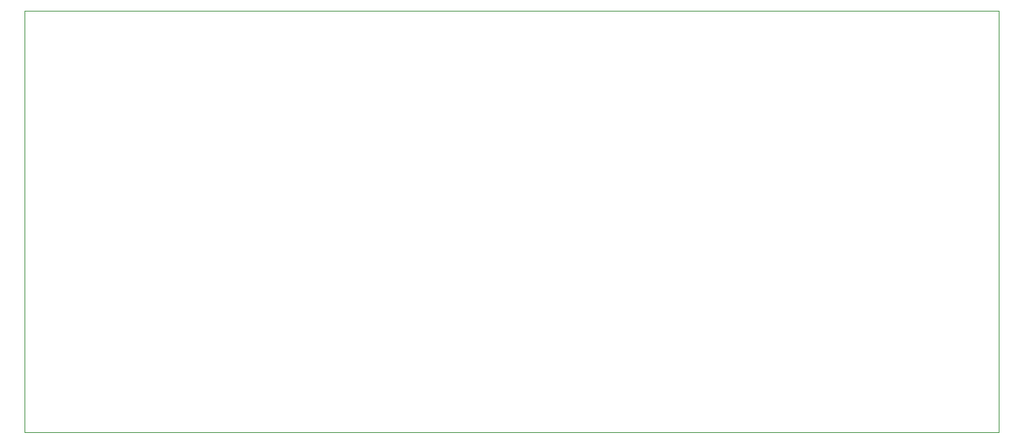
<source format=gbr>
G04 (created by PCBNEW (2013-07-07 BZR 4022)-stable) date 6/30/2014 12:53:30 AM*
%MOIN*%
G04 Gerber Fmt 3.4, Leading zero omitted, Abs format*
%FSLAX34Y34*%
G01*
G70*
G90*
G04 APERTURE LIST*
%ADD10C,0.00590551*%
%ADD11C,0.00393701*%
G04 APERTURE END LIST*
G54D10*
G54D11*
X50500Y-42000D02*
X95500Y-42000D01*
X50500Y-61500D02*
X50500Y-42000D01*
X95500Y-61500D02*
X50500Y-61500D01*
X95500Y-42000D02*
X95500Y-61500D01*
M02*

</source>
